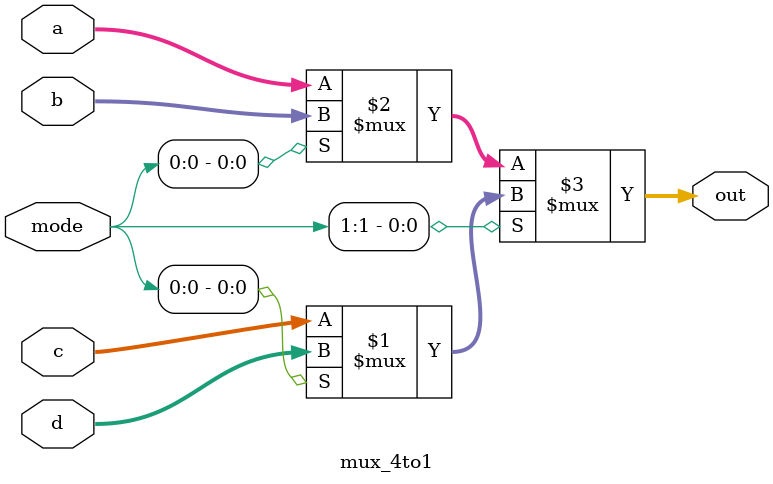
<source format=v>
`timescale 1ns / 1ps


module mux_4to1(
    input [3:0] a, 
    input [3:0] b,
    input [3:0] c,
    input [3:0] d,
    input [1:0] mode,
    output [3:0] out);

    assign out = mode[1] ? (mode[0] ? d : c) : (mode[0] ? b : a);

endmodule

</source>
